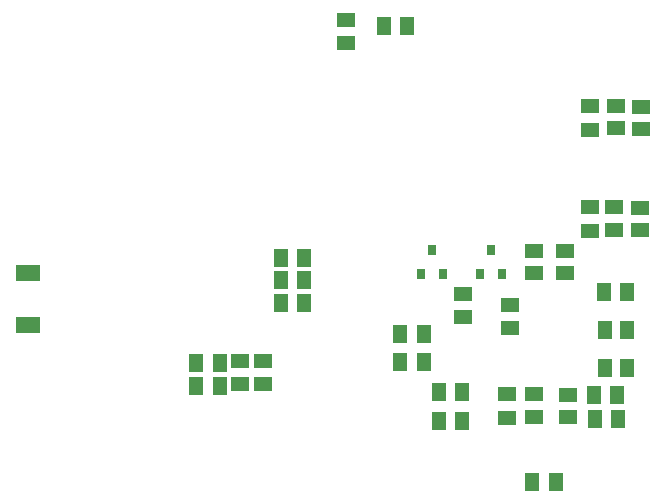
<source format=gbr>
G04 EAGLE Gerber RS-274X export*
G75*
%MOMM*%
%FSLAX34Y34*%
%LPD*%
%INSolderpaste Bottom*%
%IPPOS*%
%AMOC8*
5,1,8,0,0,1.08239X$1,22.5*%
G01*
%ADD10R,1.500000X1.300000*%
%ADD11R,1.300000X1.600000*%
%ADD12R,1.600000X1.300000*%
%ADD13R,1.300000X1.500000*%
%ADD14R,0.800000X0.900000*%
%ADD15R,2.100000X1.400000*%


D10*
X522045Y535483D03*
X522045Y554483D03*
X492962Y535685D03*
X492962Y554685D03*
D11*
X543922Y554381D03*
X563922Y554381D03*
D12*
X470763Y534778D03*
X470763Y554778D03*
X473404Y630421D03*
X473404Y610421D03*
D13*
X571830Y641425D03*
X552830Y641425D03*
X572063Y609052D03*
X553063Y609052D03*
D10*
X562610Y798805D03*
X562610Y779805D03*
X561340Y713080D03*
X561340Y694080D03*
X582930Y693445D03*
X582930Y712445D03*
X584200Y779170D03*
X584200Y798170D03*
D12*
X540385Y712945D03*
X540385Y692945D03*
X541020Y798670D03*
X541020Y778670D03*
D14*
X456793Y676571D03*
X466293Y656571D03*
X447293Y656571D03*
X406882Y676698D03*
X416382Y656698D03*
X397382Y656698D03*
D10*
X493274Y676232D03*
X493274Y657232D03*
X519829Y657369D03*
X519829Y676369D03*
D11*
X544583Y533856D03*
X564583Y533856D03*
X512005Y480770D03*
X492005Y480770D03*
D12*
X334010Y851695D03*
X334010Y871695D03*
D11*
X365920Y866775D03*
X385920Y866775D03*
D13*
X553259Y576601D03*
X572259Y576601D03*
D11*
X432757Y556462D03*
X412757Y556462D03*
X432757Y531824D03*
X412757Y531824D03*
X400245Y605992D03*
X380245Y605992D03*
D12*
X433018Y619819D03*
X433018Y639819D03*
D11*
X400245Y581608D03*
X380245Y581608D03*
D12*
X244550Y563050D03*
X244550Y583050D03*
X263600Y563050D03*
X263600Y583050D03*
D11*
X207450Y580950D03*
X227450Y580950D03*
X207450Y561900D03*
X227450Y561900D03*
X278850Y651200D03*
X298850Y651200D03*
X278850Y670250D03*
X298850Y670250D03*
X278850Y632150D03*
X298850Y632150D03*
D15*
X65120Y613420D03*
X65120Y657420D03*
M02*

</source>
